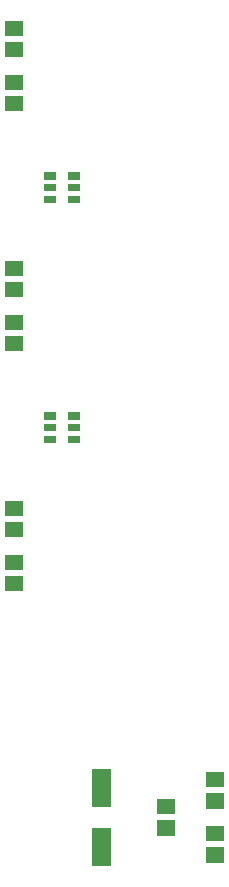
<source format=gbr>
G04 start of page 10 for group -4015 idx -4015 *
G04 Title: (unknown), toppaste *
G04 Creator: pcb 4.0.2 *
G04 CreationDate: Thu Dec 31 16:53:57 2020 UTC *
G04 For: petersen *
G04 Format: Gerber/RS-274X *
G04 PCB-Dimensions (mil): 3250.00 3900.00 *
G04 PCB-Coordinate-Origin: lower left *
%MOIN*%
%FSLAX25Y25*%
%LNTOPPASTE*%
%ADD66C,0.0001*%
G54D66*G36*
X220048Y67602D02*Y62484D01*
X225952D01*
Y67602D01*
X220048D01*
G37*
G36*
Y60516D02*Y55398D01*
X225952D01*
Y60516D01*
X220048D01*
G37*
G36*
X204650Y77642D02*X198350D01*
Y65043D01*
X204650D01*
Y77642D01*
G37*
G36*
Y57957D02*X198350D01*
Y45358D01*
X204650D01*
Y57957D01*
G37*
G36*
X182300Y196500D02*Y194100D01*
X186300D01*
Y196500D01*
X182300D01*
G37*
G36*
Y192600D02*Y190200D01*
X186300D01*
Y192600D01*
X182300D01*
G37*
G36*
Y188700D02*Y186300D01*
X186300D01*
Y188700D01*
X182300D01*
G37*
G36*
X190500D02*Y186300D01*
X194500D01*
Y188700D01*
X190500D01*
G37*
G36*
Y192600D02*Y190200D01*
X194500D01*
Y192600D01*
X190500D01*
G37*
G36*
Y196500D02*Y194100D01*
X194500D01*
Y196500D01*
X190500D01*
G37*
G36*
X169548Y302016D02*Y296898D01*
X175452D01*
Y302016D01*
X169548D01*
G37*
G36*
Y309102D02*Y303984D01*
X175452D01*
Y309102D01*
X169548D01*
G37*
G36*
Y320016D02*Y314898D01*
X175452D01*
Y320016D01*
X169548D01*
G37*
G36*
Y327102D02*Y321984D01*
X175452D01*
Y327102D01*
X169548D01*
G37*
G36*
Y222016D02*Y216898D01*
X175452D01*
Y222016D01*
X169548D01*
G37*
G36*
Y229102D02*Y223984D01*
X175452D01*
Y229102D01*
X169548D01*
G37*
G36*
Y240016D02*Y234898D01*
X175452D01*
Y240016D01*
X169548D01*
G37*
G36*
Y247102D02*Y241984D01*
X175452D01*
Y247102D01*
X169548D01*
G37*
G36*
Y142016D02*Y136898D01*
X175452D01*
Y142016D01*
X169548D01*
G37*
G36*
Y149102D02*Y143984D01*
X175452D01*
Y149102D01*
X169548D01*
G37*
G36*
Y160016D02*Y154898D01*
X175452D01*
Y160016D01*
X169548D01*
G37*
G36*
Y167102D02*Y161984D01*
X175452D01*
Y167102D01*
X169548D01*
G37*
G36*
X190500Y268700D02*Y266300D01*
X194500D01*
Y268700D01*
X190500D01*
G37*
G36*
Y272600D02*Y270200D01*
X194500D01*
Y272600D01*
X190500D01*
G37*
G36*
Y276500D02*Y274100D01*
X194500D01*
Y276500D01*
X190500D01*
G37*
G36*
X182300D02*Y274100D01*
X186300D01*
Y276500D01*
X182300D01*
G37*
G36*
Y272600D02*Y270200D01*
X186300D01*
Y272600D01*
X182300D01*
G37*
G36*
Y268700D02*Y266300D01*
X186300D01*
Y268700D01*
X182300D01*
G37*
G36*
X236548Y51516D02*Y46398D01*
X242452D01*
Y51516D01*
X236548D01*
G37*
G36*
Y58602D02*Y53484D01*
X242452D01*
Y58602D01*
X236548D01*
G37*
G36*
Y69516D02*Y64398D01*
X242452D01*
Y69516D01*
X236548D01*
G37*
G36*
Y76602D02*Y71484D01*
X242452D01*
Y76602D01*
X236548D01*
G37*
M02*

</source>
